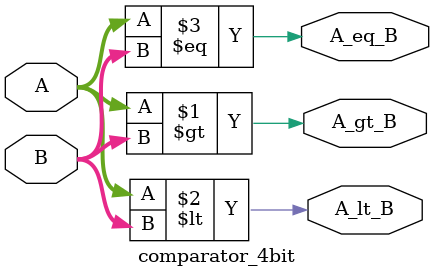
<source format=v>
module comparator_4bit(
    input [3:0] A,     // 4-bit input A
    input [3:0] B,     // 4-bit input B
    output A_gt_B,     // Output A > B
    output A_lt_B,     // Output A < B
    output A_eq_B      // Output A == B
);

    assign A_gt_B = (A > B);
    assign A_lt_B = (A < B);
    assign A_eq_B = (A == B);

endmodule 
</source>
